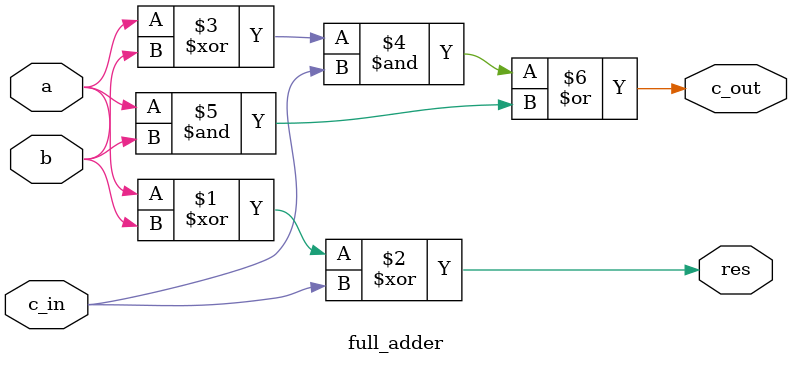
<source format=v>
module full_adder
	(  
		input  	a,
		input  	b,
	 	input   c_in,
	 	output  c_out,
	    output  res
   );


   assign res = a ^ b ^c_in;

   assign c_out = (a ^ b) & c_in | (a & b);

endmodule
</source>
